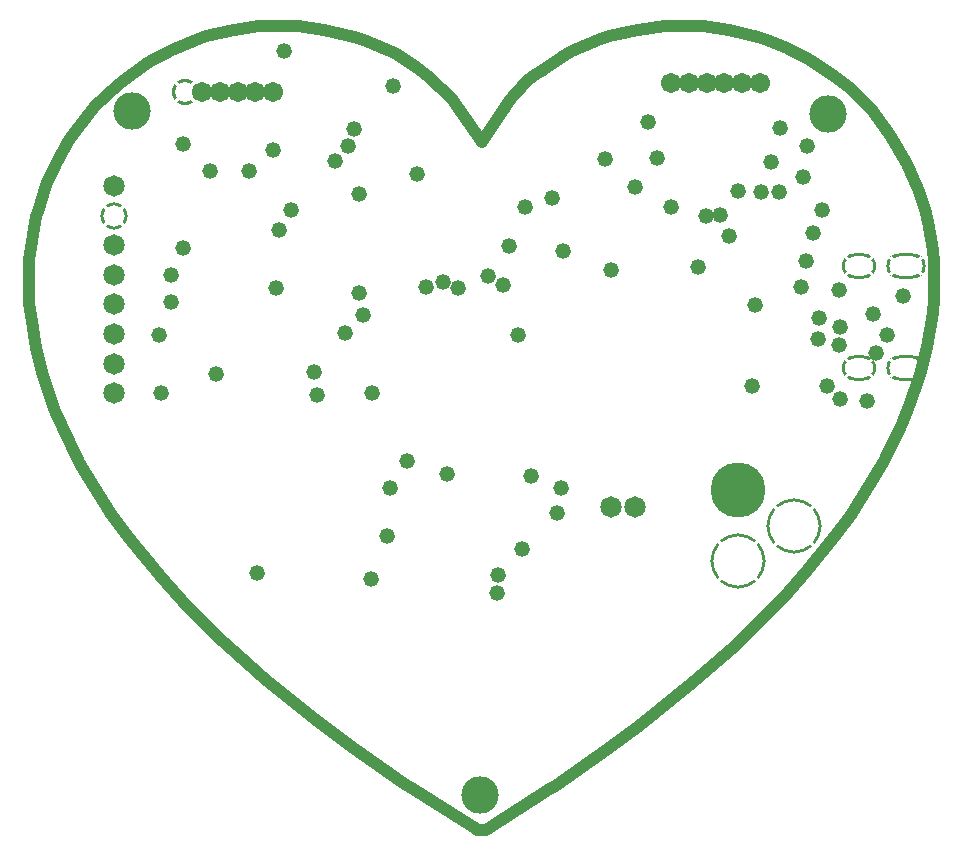
<source format=gbr>
%TF.GenerationSoftware,Altium Limited,Altium Designer,24.10.1 (45)*%
G04 Layer_Physical_Order=3*
G04 Layer_Color=32768*
%FSLAX45Y45*%
%MOMM*%
%TF.SameCoordinates,5161A517-D4F4-47BB-AA9F-3B40E8EE5112*%
%TF.FilePolarity,Negative*%
%TF.FileFunction,Copper,L3,Inr,Plane*%
%TF.Part,Single*%
G01*
G75*
%TA.AperFunction,NonConductor*%
%ADD46C,1.01600*%
%TA.AperFunction,ViaPad*%
%ADD47C,3.17500*%
%TA.AperFunction,ComponentPad*%
%AMTHOVALD48*
21,1,1.20000,2.12400,0,0,180.0*
1,1,2.12400,0.60000,0.00000*
1,1,2.12400,-0.60000,0.00000*
21,0,1.20000,1.61600,0,0,180.0*
1,0,1.61600,0.60000,0.00000*
1,0,1.61600,-0.60000,0.00000*
4,0,4,0.51020,0.08980,1.26114,0.84075,1.44075,0.66114,0.68980,-0.08980,0.51020,0.08980,0.0*
4,0,4,-0.68980,0.08980,-1.44075,-0.66114,-1.26114,-0.84075,-0.51020,-0.08980,-0.68980,0.08980,0.0*
4,0,4,0.68980,0.08980,1.44075,-0.66114,1.26114,-0.84075,0.51020,-0.08980,0.68980,0.08980,0.0*
4,0,4,-0.51020,0.08980,-1.26114,0.84075,-1.44075,0.66114,-0.68980,-0.08980,-0.51020,0.08980,0.0*
%
%ADD48THOVALD48*%

%AMTHOVALD49*
21,1,0.80000,2.12400,0,0,180.0*
1,1,2.12400,0.40000,0.00000*
1,1,2.12400,-0.40000,0.00000*
21,0,0.80000,1.61600,0,0,180.0*
1,0,1.61600,0.40000,0.00000*
1,0,1.61600,-0.40000,0.00000*
4,0,4,0.31020,0.08980,1.06114,0.84075,1.24075,0.66114,0.48980,-0.08980,0.31020,0.08980,0.0*
4,0,4,-0.48980,0.08980,-1.24075,-0.66114,-1.06114,-0.84075,-0.31020,-0.08980,-0.48980,0.08980,0.0*
4,0,4,0.48980,0.08980,1.24075,-0.66114,1.06114,-0.84075,0.31020,-0.08980,0.48980,0.08980,0.0*
4,0,4,-0.31020,0.08980,-1.06114,0.84075,-1.24075,0.66114,-0.48980,-0.08980,-0.31020,0.08980,0.0*
%
%ADD49THOVALD49*%

%ADD50C,1.71600*%
G04:AMPARAMS|DCode=51|XSize=2.224mm|YSize=2.224mm|CornerRadius=0mm|HoleSize=0mm|Usage=FLASHONLY|Rotation=0.000|XOffset=0mm|YOffset=0mm|HoleType=Round|Shape=Relief|Width=0.254mm|Gap=0.254mm|Entries=4|*
%AMTHD51*
7,0,0,2.22400,1.71600,0.25400,45*
%
%ADD51THD51*%
%ADD52C,1.81600*%
G04:AMPARAMS|DCode=53|XSize=2.324mm|YSize=2.324mm|CornerRadius=0mm|HoleSize=0mm|Usage=FLASHONLY|Rotation=0.000|XOffset=0mm|YOffset=0mm|HoleType=Round|Shape=Relief|Width=0.254mm|Gap=0.254mm|Entries=4|*
%AMTHD53*
7,0,0,2.32400,1.81600,0.25400,45*
%
%ADD53THD53*%
%ADD54C,4.65600*%
G04:AMPARAMS|DCode=55|XSize=4.684mm|YSize=4.684mm|CornerRadius=0mm|HoleSize=0mm|Usage=FLASHONLY|Rotation=0.000|XOffset=0mm|YOffset=0mm|HoleType=Round|Shape=Relief|Width=0.254mm|Gap=0.254mm|Entries=4|*
%AMTHD55*
7,0,0,4.68400,4.17600,0.25400,45*
%
%ADD55THD55*%
%TA.AperFunction,ViaPad*%
%ADD56C,1.32080*%
D46*
X455260Y3147755D02*
X528341Y3019785D01*
X528364Y3019746D01*
X725651Y2713585D01*
X725672Y2713554D01*
X875471Y2507387D01*
X875497Y2507354D01*
X1155330Y2169178D01*
X1155346Y2169159D01*
X1360430Y1939603D01*
X1360456Y1939576D01*
X1640364Y1659668D01*
X1640389Y1659644D01*
X1787421Y1526919D01*
X2038170Y1304901D01*
X2038196Y1304879D01*
X2459093Y962365D01*
X2459119Y962345D01*
X2761805Y735330D01*
X2761834Y735309D01*
X3224880Y416703D01*
X3253836Y397399D01*
X3253857Y397385D01*
X3803485Y49627D01*
X3811224Y45753D01*
X3821796Y38064D01*
X3822192Y37935D01*
X3899408D01*
X3899770Y38040D01*
X4448460Y387747D01*
X4470749Y402607D01*
X4940461Y725657D01*
X4940487Y725675D01*
X5194914Y914082D01*
X5194935Y914099D01*
X5644798Y1275924D01*
X5644824Y1275947D01*
X5880676Y1483506D01*
X6003985Y1592071D01*
X6004020Y1592104D01*
X6428708Y2016792D01*
X6428747Y2016834D01*
X6600068Y2211984D01*
X6600094Y2212014D01*
X6855759Y2526662D01*
X6855782Y2526692D01*
X6986270Y2703894D01*
X6986300Y2703938D01*
X7218037Y3070461D01*
X7218057Y3070494D01*
X7266317Y3157362D01*
X7266336Y3157400D01*
X7421060Y3475385D01*
X7421084Y3475438D01*
X7482852Y3627929D01*
X7482868Y3627971D01*
X7571212Y3888688D01*
X7571226Y3888735D01*
X7631977Y4122086D01*
X7631991Y4122155D01*
X7679262Y4411213D01*
X7679267Y4411249D01*
X7693312Y4526707D01*
X7693317Y4526799D01*
X7688016Y4845711D02*
X7693317Y4526799D01*
X7688013Y4845767D02*
X7688016Y4845711D01*
X7679311Y4941483D02*
X7688013Y4845767D01*
X7679303Y4941550D02*
X7679311Y4941483D01*
X7639110Y5183965D02*
X7679303Y4941550D01*
X7639094Y5184041D02*
X7639110Y5183965D01*
X7612676Y5288600D02*
X7639094Y5184041D01*
X7612659Y5288661D02*
X7612676Y5288600D01*
X7556228Y5462266D02*
X7612659Y5288661D01*
X7556200Y5462342D02*
X7556228Y5462266D01*
X7463548Y5676600D02*
X7556200Y5462342D01*
X7463504Y5676686D02*
X7463548Y5676600D01*
X7319021Y5918506D02*
X7463504Y5676686D01*
X7318995Y5918547D02*
X7319021Y5918506D01*
X7251431Y6015067D02*
X7318995Y5918547D01*
X7251406Y6015100D02*
X7251431Y6015067D01*
X7162319Y6129428D02*
X7251406Y6015100D01*
X7162260Y6129496D02*
X7162319Y6129428D01*
X6978872Y6312884D02*
X7162260Y6129496D01*
X6978803Y6312944D02*
X6978872Y6312884D01*
X6841938Y6416800D02*
X6978803Y6312944D01*
X6841899Y6416827D02*
X6841938Y6416800D01*
X6639993Y6552332D02*
X6841899Y6416827D01*
X6639917Y6552377D02*
X6639993Y6552332D01*
X6448821Y6652750D02*
X6639917Y6552377D01*
X6448758Y6652781D02*
X6448821Y6652750D01*
X6273091Y6725171D02*
X6448758Y6652781D01*
X6273048Y6725187D02*
X6273091Y6725171D01*
X6197762Y6750282D02*
X6273048Y6725187D01*
X6197713Y6750297D02*
X6197762Y6750282D01*
X5954795Y6811052D02*
X6197713Y6750297D01*
X5954721Y6811066D02*
X5954795Y6811052D01*
X5733397Y6843932D02*
X5954721Y6811066D01*
X5733288Y6843941D02*
X5733397Y6843932D01*
X5414772Y6843941D02*
X5733288D01*
X5414673Y6843934D02*
X5414772Y6843941D01*
X5182372Y6809239D02*
X5414673Y6843934D01*
X5182320Y6809229D02*
X5182372Y6809239D01*
X4942524Y6753649D02*
X5182320Y6809229D01*
X4942466Y6753633D02*
X4942524Y6753649D01*
X4844129Y6721327D02*
X4942466Y6753633D01*
X4844072Y6721305D02*
X4844129Y6721327D01*
X4624023Y6629618D02*
X4844072Y6721305D01*
X4623935Y6629576D02*
X4624023Y6629618D01*
X4564093Y6594829D02*
X4623935Y6629576D01*
X4564058Y6594807D02*
X4564093Y6594829D01*
X4354417Y6455432D02*
X4564058Y6594807D01*
X4354386Y6455410D02*
X4354417Y6455432D01*
X4321948Y6431082D02*
X4354386Y6455410D01*
X4256122Y6380506D02*
X4321948Y6431082D01*
X4256056Y6380448D02*
X4256122Y6380506D01*
X4140232Y6264624D02*
X4256056Y6380448D01*
X4140174Y6264557D02*
X4140232Y6264624D01*
X4094284Y6204664D02*
X4140174Y6264557D01*
X4065272Y6166297D02*
X4094284Y6204664D01*
X4065248Y6166264D02*
X4065272Y6166297D01*
X3872212Y5876710D02*
X4065248Y6166264D01*
X3860799Y5859958D02*
X3872212Y5876710D01*
X3610409Y6225912D02*
X3860799Y5859958D01*
X3610311Y6226028D02*
X3610409Y6225912D01*
X3419020Y6411722D02*
X3610311Y6226028D01*
X3418949Y6411783D02*
X3419020Y6411722D01*
X3309302Y6494018D02*
X3418949Y6411783D01*
X3309260Y6494047D02*
X3309302Y6494018D01*
X3126644Y6610258D02*
X3309260Y6494047D01*
X3126575Y6610296D02*
X3126644Y6610258D01*
X3087984Y6629591D02*
X3126575Y6610296D01*
X3087941Y6629612D02*
X3087984Y6629591D01*
X2865945Y6725167D02*
X3087941Y6629612D01*
X2865861Y6725196D02*
X2865945Y6725167D01*
X2780834Y6750795D02*
X2865861Y6725196D01*
X2780784Y6750809D02*
X2780834Y6750795D01*
X2528328Y6811054D02*
X2780784Y6750809D01*
X2528261Y6811066D02*
X2528328Y6811054D01*
X2306937Y6843932D02*
X2528261Y6811066D01*
X2306828Y6843941D02*
X2306937Y6843932D01*
X1978660Y6843941D02*
X2306828D01*
X1978557Y6843933D02*
X1978660Y6843941D01*
X1766865Y6811064D02*
X1978557Y6843933D01*
X1766812Y6811054D02*
X1766865Y6811064D01*
X1525712Y6753648D02*
X1766812Y6811054D01*
X1525658Y6753633D02*
X1525712Y6753648D01*
X1438903Y6725188D02*
X1525658Y6753633D01*
X1438851Y6725168D02*
X1438903Y6725188D01*
X1236159Y6639265D02*
X1438851Y6725168D01*
X1236112Y6639243D02*
X1236159Y6639265D01*
X1224546Y6633461D02*
X1236112Y6639243D01*
X1224512Y6633443D02*
X1224546Y6633461D01*
X1043574Y6532765D02*
X1224512Y6633443D01*
X1043528Y6532736D02*
X1043574Y6532765D01*
X1021238Y6517877D02*
X1043528Y6532736D01*
X821920Y6378171D02*
X1021238Y6517877D01*
X821873Y6378135D02*
X821920Y6378171D01*
X779519Y6344252D02*
X821873Y6378135D01*
X779465Y6344205D02*
X779519Y6344252D01*
X588324Y6168130D02*
X779465Y6344205D01*
X588231Y6168028D02*
X588324Y6168130D01*
X416737Y5944566D02*
X588231Y6168028D01*
X416711Y5944531D02*
X416737Y5944566D01*
X368548Y5876726D02*
X416711Y5944531D01*
X368511Y5876670D02*
X368548Y5876726D01*
X261953Y5694054D02*
X368511Y5876670D01*
X261921Y5693992D02*
X261953Y5694054D01*
X171192Y5493230D02*
X261921Y5693992D01*
X171163Y5493153D02*
X171192Y5493230D01*
X102121Y5271039D02*
X171163Y5493153D01*
X89936Y5230837D02*
X102121Y5271039D01*
X89915Y5230745D02*
X89936Y5230837D01*
X28294Y4864728D02*
X89915Y5230745D01*
X28283Y4864608D02*
X28294Y4864728D01*
X28283Y4497832D02*
Y4864608D01*
Y4497832D02*
X28289Y4497740D01*
X42292Y4391971D01*
X42296Y4391943D01*
X89611Y4112491D01*
X89622Y4112440D01*
X147534Y3880792D01*
X147552Y3880731D01*
X252246Y3581637D01*
X252263Y3581594D01*
X306314Y3454188D01*
X306334Y3454144D01*
X455260Y3147755D01*
D47*
X901700Y6121400D02*
D03*
X3848100Y330200D02*
D03*
X6794500Y6096000D02*
D03*
D48*
X7455601Y3949502D02*
D03*
Y4813498D02*
D03*
D49*
X7055602Y3949502D02*
D03*
Y4813498D02*
D03*
D50*
X2096201Y6286500D02*
D03*
X1946204D02*
D03*
X1796202D02*
D03*
X1646199D02*
D03*
X1496202D02*
D03*
X6215802Y6362700D02*
D03*
X6065804D02*
D03*
X5915802D02*
D03*
X5765800D02*
D03*
X5615803D02*
D03*
X5465801D02*
D03*
D51*
X1346200Y6286500D02*
D03*
D52*
X749300Y5483804D02*
D03*
Y4983800D02*
D03*
Y4733803D02*
D03*
Y4483801D02*
D03*
Y4233804D02*
D03*
Y3983802D02*
D03*
Y3733800D02*
D03*
X5156200Y2768600D02*
D03*
X4956200D02*
D03*
D53*
X749300Y5233802D02*
D03*
D54*
X6032500Y2911399D02*
D03*
D55*
Y2311400D02*
D03*
X6502502Y2611399D02*
D03*
D56*
X7175500Y4406900D02*
D03*
X5346700Y5727700D02*
D03*
X5270500Y6032500D02*
D03*
X2705100Y4241800D02*
D03*
X3111500Y6337300D02*
D03*
X3657600Y4622800D02*
D03*
X3314700Y5588000D02*
D03*
X2781300Y5969000D02*
D03*
X5161376Y5476908D02*
D03*
X2933700Y3733800D02*
D03*
X2463800Y3721100D02*
D03*
X6667500Y5092700D02*
D03*
X6223000Y5435600D02*
D03*
X6743700Y5283200D02*
D03*
X6375400Y5435600D02*
D03*
X6578600Y5562600D02*
D03*
X6616700Y5829300D02*
D03*
X6311900Y5689600D02*
D03*
X6032500Y5448300D02*
D03*
X5956300Y5067300D02*
D03*
X6565900Y4635500D02*
D03*
X4953000Y4775200D02*
D03*
X4229100Y5308600D02*
D03*
X4457700Y5384800D02*
D03*
X4902200Y5715000D02*
D03*
X5764201Y5233999D02*
D03*
X4089400Y4978400D02*
D03*
X6705600Y4191000D02*
D03*
X2857500Y4394200D02*
D03*
X6172200Y4483100D02*
D03*
X6718300Y4368800D02*
D03*
X5461000Y5308600D02*
D03*
X6781800Y3797300D02*
D03*
X7200900Y4076700D02*
D03*
X3225800Y3162300D02*
D03*
X6604000Y4851400D02*
D03*
X5689600Y4800600D02*
D03*
X4546600Y4940300D02*
D03*
X5880100Y5245100D02*
D03*
X4038600Y4648200D02*
D03*
X3987800Y2044700D02*
D03*
X7429500Y4559300D02*
D03*
X6883400Y4610100D02*
D03*
X7289800Y4229100D02*
D03*
X7124700Y3670300D02*
D03*
X3086100Y2933700D02*
D03*
X2921000Y2159000D02*
D03*
X3060700Y2527300D02*
D03*
X2616200Y5702300D02*
D03*
X2120900Y4622800D02*
D03*
X2819400Y5422900D02*
D03*
Y4584700D02*
D03*
X6895380Y4293509D02*
D03*
X6883400Y4140200D02*
D03*
X6896100Y3683000D02*
D03*
X4000500Y2197100D02*
D03*
X1955800Y2209800D02*
D03*
X3390900Y4635500D02*
D03*
X1231900Y4508500D02*
D03*
X4279900Y3035300D02*
D03*
X3568700Y3048000D02*
D03*
X4495800Y2717800D02*
D03*
X4203700Y2413000D02*
D03*
X6146800Y3797300D02*
D03*
X4533900Y2933700D02*
D03*
X1333500Y5842000D02*
D03*
X3911600Y4724400D02*
D03*
X2184400Y6629400D02*
D03*
X3530600Y4673600D02*
D03*
X2730500Y5829300D02*
D03*
X2146300Y5118100D02*
D03*
X2438400Y3911600D02*
D03*
X1612900Y3898900D02*
D03*
X1130300Y4229100D02*
D03*
X4165600D02*
D03*
X1231900Y4737100D02*
D03*
X1333500Y4965700D02*
D03*
X2247900Y5283200D02*
D03*
X1892300Y5613400D02*
D03*
X1562100D02*
D03*
X6388100Y5981700D02*
D03*
X1143000Y3733800D02*
D03*
X2095500Y5791200D02*
D03*
%TF.MD5,e65bc147fb50871ab55e3f17a520c018*%
M02*

</source>
